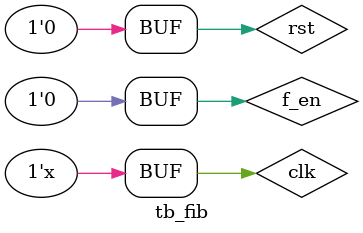
<source format=v>
`timescale 1ns/1ps

module tb_fib ();
reg rst, clk, f_en;
wire f_valid;
wire [15:0] f_out;

fibonacci fib (
    .rst(rst), 
    .clk(clk), 
    .f_en(f_en),
    .f_valid(f_valid),
    .f_out (f_out)
);

localparam PERIOD = 10;

always #(PERIOD/2) clk <= ~clk; 
    
initial begin
    clk <= 1'b0;
    rst <= 1'b1;
    #PERIOD;
    rst <= 1'b0;
    repeat (5) #PERIOD;
    f_en <= 1'b1;
    repeat (20) #PERIOD;
    f_en <= 1'b0;
end

endmodule
</source>
